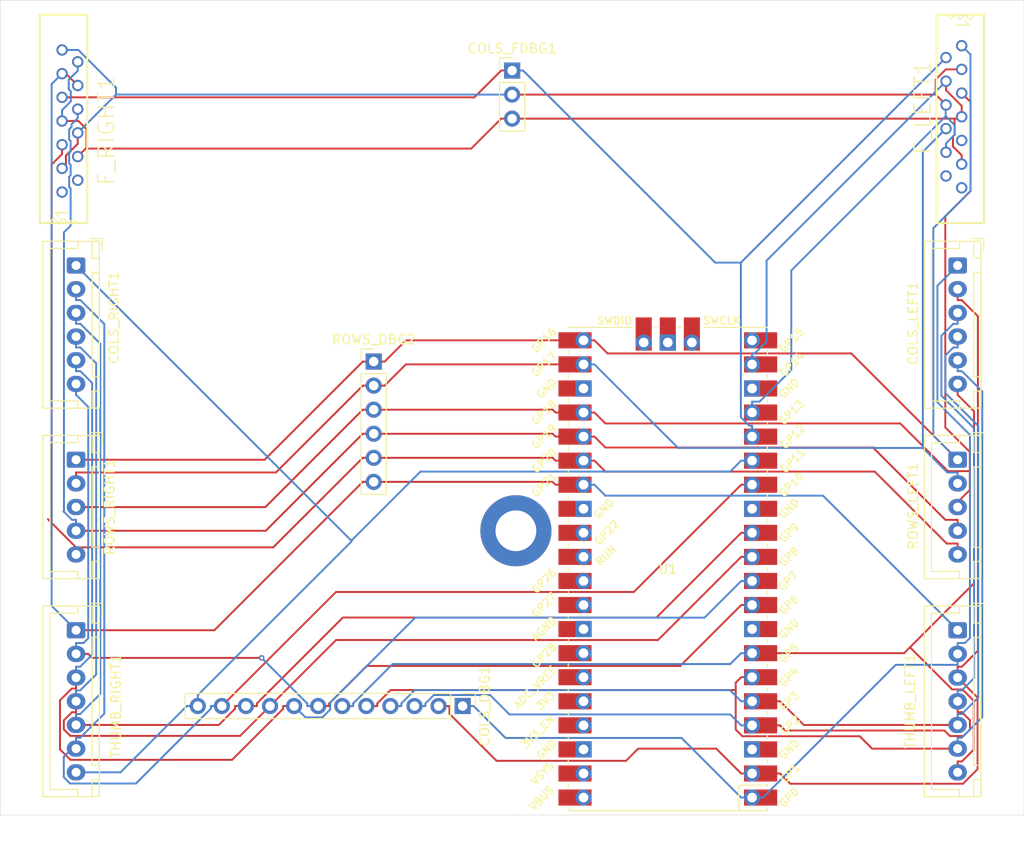
<source format=kicad_pcb>
(kicad_pcb (version 20240108) (generator "pcbnew") (generator_version "8.0")
  (layers (0 "F.Cu" signal) (31 "B.Cu" signal) (34 "B.Paste" user) (35 "F.Paste" user) (36 "B.SilkS" user "B.Silkscreen") (37 "F.SilkS" user "F.Silkscreen") (38 "B.Mask" user) (39 "F.Mask" user) (44 "Edge.Cuts" user))
  (net 0 "")
  (net 22 "ROW3")
  (net 23 "ROW2")
  (net 24 "ROW0")
  (net 25 "ROW4")
  (net 26 "ROW1")
  (net 27 "COL3")
  (net 28 "COL2")
  (net 29 "ROW5")
  (net 30 "COL4")
  (net 31 "COL1")
  (net 32 "COL5")
  (net 33 "COL0")
  (net 34 "COL6")
  (net 35 "COL9")
  (net 36 "COL11")
  (net 37 "COL10")
  (net 38 "COL7")
  (net 39 "COL8")
  (net 40 "COLF1")
  (net 41 "COLF2")
  (net 43 "COLF3")
  (footprint "Connector_JST:JST_XH_B6B-XH-A_1x06_P2.50mm_Vertical" (layer "F.Cu") (at 197 53.5 -90)
    (property "Reference" "COLS_LEFT1")
    (property "Value" "Conn_01x06" (hide yes))
  )
  (footprint "Connector_PinHeader_2.54mm:PinHeader_1x12_P2.54mm_Vertical" (layer "F.Cu") (at 144.78 100 -90)
    (property "Reference" "COLS_DBG1")
    (property "Value" "Conn_01x12")
  )
  (footprint "Connector_JST:JST_XH_B7B-XH-A_1x07_P2.50mm_Vertical" (layer "F.Cu") (at 197 92 -90)
    (property "Reference" "THUMB_LEFT1")
    (property "Value" "Conn_01x07" (hide yes))
  )
  (footprint "extern:39-53-2135" (layer "F.Cu") (at 197.4258 37.8 -90)
    (property "Reference" "F_LEFT1")
    (property "Value" "Conn_01x13" (hide yes))
  )
  (footprint "extern:39-53-2135" (layer "F.Cu") (at 102.5242 38.2492 90)
    (property "Reference" "F_RIGHT1")
    (property "Value" "Conn_01x13" (hide yes))
  )
  (footprint "MountingHole:MountingHole_4.3mm_M4_DIN965_Pad" (layer "F.Cu") (at 150.4 81.5)
    (property "Reference" "REF**" (hide yes))
    (property "Value" "MountingHole_4.3mm_M4_DIN965_Pad" (hide yes))
  )
  (footprint "Connector_JST:JST_XH_B6B-XH-A_1x06_P2.50mm_Vertical" (layer "F.Cu") (at 104 53.5 -90)
    (property "Reference" "COLS_RIGHT1")
    (property "Value" "Conn_01x06" (hide yes))
  )
  (footprint "extern:RPi_Pico_SMD_TH" (layer "F.Cu") (at 166.425 85.53 180)
    (property "Reference" "U1")
    (property "Value" "Pico")
  )
  (footprint "Connector_JST:JST_XH_B5B-XH-A_1x05_P2.50mm_Vertical" (layer "F.Cu") (at 104 74 -90)
    (property "Reference" "ROWS_RIGHT1")
    (property "Value" "Conn_01x05" (hide yes))
  )
  (footprint "Connector_JST:JST_XH_B7B-XH-A_1x07_P2.50mm_Vertical" (layer "F.Cu") (at 104 92 -90)
    (property "Reference" "THUMB_RIGHT1")
    (property "Value" "Conn_01x07" (hide yes))
  )
  (footprint "Connector_PinHeader_2.54mm:PinHeader_1x03_P2.54mm_Vertical" (layer "F.Cu") (at 150 32.92)
    (property "Reference" "COLS_FDBG1")
    (property "Value" "Conn_01x03" (hide yes))
  )
  (footprint "Connector_JST:JST_XH_B5B-XH-A_1x05_P2.50mm_Vertical" (layer "F.Cu") (at 197 74 -90)
    (property "Reference" "ROWS_LEFT1")
    (property "Value" "Conn_01x05" (hide yes))
  )
  (footprint "Connector_PinHeader_2.54mm:PinHeader_1x06_P2.54mm_Vertical" (layer "F.Cu") (at 135.4 63.64)
    (property "Reference" "ROWS_DBG2")
    (property "Value" "Conn_01x06" (hide yes))
  )
  (footprint "MountingHole:MountingHole_6.4mm_M6_DIN965" (layer "F.Cu") (at 150 50)
    (property "Reference" "H1" (hide yes))
    (property "Value" "MountingHole_6.4mm_M6_DIN965" (hide yes))
  )
  (gr_line (start 150 25.5) (end 96 25.5) (stroke (width 0.05)) (layer "Edge.Cuts"))
  (gr_line (start 150 111.5) (end 204 111.5) (stroke (width 0.05)) (layer "Edge.Cuts"))
  (gr_line (start 150 25.5) (end 204 25.5) (stroke (width 0.05)) (layer "Edge.Cuts"))
  (gr_line (start 150 111.5) (end 96 111.5) (stroke (width 0.05)) (layer "Edge.Cuts"))
  (gr_line (start 204 111.5) (end 204 25.5) (stroke (width 0.05)) (layer "Edge.Cuts"))
  (gr_line (start 96 25.5) (end 96 111.5) (stroke (width 0.05)) (layer "Edge.Cuts"))
  (segment (start 135.4 71.26) (end 134.248 71.26) (width 0.2) (layer "F.Cu") (net 22))
  (segment (start 154.283 71.26) (end 135.4 71.26) (width 0.2) (layer "F.Cu") (net 22))
  (segment (start 157.535 71.56) (end 158.687 71.56) (width 0.2) (layer "F.Cu") (net 22))
  (segment (start 188.073 72.7117) (end 195.71 80.3483) (width 0.2) (layer "F.Cu") (net 22))
  (segment (start 134.248 71.26) (end 124.008 81.5) (width 0.2) (layer "F.Cu") (net 22))
  (segment (start 124.008 81.5) (end 104 81.5) (width 0.2) (layer "F.Cu") (net 22))
  (segment (start 197 80.3483) (end 197 81.5) (width 0.2) (layer "F.Cu") (net 22))
  (segment (start 195.71 80.3483) (end 197 80.3483) (width 0.2) (layer "F.Cu") (net 22))
  (segment (start 157.535 71.56) (end 154.583 71.56) (width 0.2) (layer "F.Cu") (net 22))
  (segment (start 158.687 71.56) (end 159.838 72.7117) (width 0.2) (layer "F.Cu") (net 22))
  (segment (start 154.583 71.56) (end 154.283 71.26) (width 0.2) (layer "F.Cu") (net 22))
  (segment (start 159.838 72.7117) (end 188.073 72.7117) (width 0.2) (layer "F.Cu") (net 22))
  (segment (start 102.7223 49.9962) (end 103.4244 49.2941) (width 0.2) (layer "B.Cu") (net 22))
  (segment (start 103.4244 46.909) (end 103.4259 46.9075) (width 0.2) (layer "B.Cu") (net 22))
  (segment (start 103.2725 41.6257) (end 103.4259 41.4723) (width 0.2) (layer "B.Cu") (net 22))
  (segment (start 102.7233 79.4771) (end 102.7233 74.8298) (width 0.2) (layer "B.Cu") (net 22))
  (segment (start 103.4259 42.8756) (end 103.2725 42.7222) (width 0.2) (layer "B.Cu") (net 22))
  (segment (start 103.2725 40.2222) (end 103.2725 39.1257) (width 0.2) (layer "B.Cu") (net 22))
  (segment (start 103.5217 38.599) (end 104.1742 37.9465) (width 0.2) (layer "B.Cu") (net 22))
  (segment (start 104.1742 37.9465) (end 104.1742 36.9992) (width 0.2) (layer "B.Cu") (net 22))
  (segment (start 102.7223 74.8288) (end 102.7223 49.9962) (width 0.2) (layer "B.Cu") (net 22))
  (segment (start 102.7238 79.5042) (end 102.7238 79.4776) (width 0.2) (layer "B.Cu") (net 22))
  (segment (start 103.2725 44.1257) (end 103.4259 43.9723) (width 0.2) (layer "B.Cu") (net 22))
  (segment (start 102.7238 79.5042) (end 102.649 79.4294) (width 0.2) (layer "B.Cu") (net 22))
  (segment (start 103.5217 38.8765) (end 103.5217 38.599) (width 0.2) (layer "B.Cu") (net 22))
  (segment (start 103.2725 45.2222) (end 103.2725 44.1257) (width 0.2) (layer "B.Cu") (net 22))
  (segment (start 104 80.3483) (end 103.568 80.3483) (width 0.2) (layer "B.Cu") (net 22))
  (segment (start 103.2725 42.7222) (end 103.2725 41.6257) (width 0.2) (layer "B.Cu") (net 22))
  (segment (start 102.7233 74.8298) (end 102.7223 74.8288) (width 0.2) (layer "B.Cu") (net 22))
  (segment (start 103.4259 40.3756) (end 103.2725 40.2222) (width 0.2) (layer "B.Cu") (net 22))
  (segment (start 103.4259 41.4723) (end 103.4259 40.3756) (width 0.2) (layer "B.Cu") (net 22))
  (segment (start 102.7238 79.4776) (end 102.7233 79.4771) (width 0.2) (layer "B.Cu") (net 22))
  (segment (start 103.4259 45.3756) (end 103.2725 45.2222) (width 0.2) (layer "B.Cu") (net 22))
  (segment (start 103.4244 49.2941) (end 103.4244 46.909) (width 0.2) (layer "B.Cu") (net 22))
  (segment (start 103.4259 46.9075) (end 103.4259 45.3756) (width 0.2) (layer "B.Cu") (net 22))
  (segment (start 103.568 80.3483) (end 102.7238 79.5042) (width 0.2) (layer "B.Cu") (net 22))
  (segment (start 104 81.5) (end 104 80.3483) (width 0.2) (layer "B.Cu") (net 22))
  (segment (start 103.4259 43.9723) (end 103.4259 42.8756) (width 0.2) (layer "B.Cu") (net 22))
  (segment (start 103.2725 39.1257) (end 103.5217 38.8765) (width 0.2) (layer "B.Cu") (net 22))
  (segment (start 198.37 36.2447) (end 197.426 35.3) (width 0.2) (layer "F.Cu") (net 23))
  (segment (start 159.838 70.1717) (end 190.946 70.1717) (width 0.2) (layer "F.Cu") (net 23))
  (segment (start 195.984 75.2101) (end 198.282 75.2101) (width 0.2) (layer "F.Cu") (net 23))
  (segment (start 197 78.4842) (end 198.282 77.2017) (width 0.2) (layer "F.Cu") (net 23))
  (segment (start 123.968 79) (end 134.248 68.72) (width 0.2) (layer "F.Cu") (net 23))
  (segment (start 198.37 45.6306) (end 198.37 36.2447) (width 0.2) (layer "F.Cu") (net 23))
  (segment (start 198.282 75.2101) (end 198.282 73.176) (width 0.2) (layer "F.Cu") (net 23))
  (segment (start 195.7 48.3008) (end 198.37 45.6306) (width 0.2) (layer "F.Cu") (net 23))
  (segment (start 197 79) (end 197 78.4842) (width 0.2) (layer "F.Cu") (net 23))
  (segment (start 190.946 70.1717) (end 195.984 75.2101) (width 0.2) (layer "F.Cu") (net 23))
  (segment (start 134.248 68.72) (end 135.4 68.72) (width 0.2) (layer "F.Cu") (net 23))
  (segment (start 197.4258 35.3) (end 197.426 35.3) (width 0.2) (layer "F.Cu") (net 23))
  (segment (start 158.687 69.02) (end 159.838 70.1717) (width 0.2) (layer "F.Cu") (net 23))
  (segment (start 154.583 69.02) (end 154.283 68.72) (width 0.2) (layer "F.Cu") (net 23))
  (segment (start 154.283 68.72) (end 135.4 68.72) (width 0.2) (layer "F.Cu") (net 23))
  (segment (start 198.282 77.2017) (end 198.282 75.2101) (width 0.2) (layer "F.Cu") (net 23))
  (segment (start 104 79) (end 123.968 79) (width 0.2) (layer "F.Cu") (net 23))
  (segment (start 198.282 73.176) (end 195.7 70.5938) (width 0.2) (layer "F.Cu") (net 23))
  (segment (start 195.7 70.5938) (end 195.7 48.3008) (width 0.2) (layer "F.Cu") (net 23))
  (segment (start 157.535 69.02) (end 158.687 69.02) (width 0.2) (layer "F.Cu") (net 23))
  (segment (start 157.535 69.02) (end 154.583 69.02) (width 0.2) (layer "F.Cu") (net 23))
  (segment (start 104 74) (end 123.888 74) (width 0.2) (layer "F.Cu") (net 24))
  (segment (start 135.4 63.64) (end 136.552 63.64) (width 0.2) (layer "F.Cu") (net 24))
  (segment (start 134.248 63.64) (end 135.4 63.64) (width 0.2) (layer "F.Cu") (net 24))
  (segment (start 158.687 61.4) (end 160.068 62.7817) (width 0.2) (layer "F.Cu") (net 24))
  (segment (start 138.792 61.4) (end 157.535 61.4) (width 0.2) (layer "F.Cu") (net 24))
  (segment (start 123.888 74) (end 134.248 63.64) (width 0.2) (layer "F.Cu") (net 24))
  (segment (start 185.782 62.7817) (end 197 74) (width 0.2) (layer "F.Cu") (net 24))
  (segment (start 160.068 62.7817) (end 185.782 62.7817) (width 0.2) (layer "F.Cu") (net 24))
  (segment (start 136.552 63.64) (end 138.792 61.4) (width 0.2) (layer "F.Cu") (net 24))
  (segment (start 157.535 61.4) (end 158.687 61.4) (width 0.2) (layer "F.Cu") (net 24))
  (segment (start 198.353 45.6478) (end 198.353 31.2275) (width 0.2) (layer "B.Cu") (net 24))
  (segment (start 194.438 71.4383) (end 194.438 49.5628) (width 0.2) (layer "B.Cu") (net 24))
  (segment (start 197.4258 30.3) (end 197.426 30.3) (width 0.2) (layer "B.Cu") (net 24))
  (segment (start 197 74) (end 194.438 71.4383) (width 0.2) (layer "B.Cu") (net 24))
  (segment (start 198.353 31.2275) (end 197.426 30.3) (width 0.2) (layer "B.Cu") (net 24))
  (segment (start 194.438 49.5628) (end 198.353 45.6478) (width 0.2) (layer "B.Cu") (net 24))
  (segment (start 195.848 82.8483) (end 188.252 75.2517) (width 0.2) (layer "F.Cu") (net 25))
  (segment (start 158.687 74.1) (end 157.535 74.1) (width 0.2) (layer "F.Cu") (net 25))
  (segment (start 101.4271 80.6809) (end 104 83.2537) (width 0.2) (layer "F.Cu") (net 25))
  (segment (start 197 84) (end 197 82.8483) (width 0.2) (layer "F.Cu") (net 25))
  (segment (start 188.252 75.2517) (end 159.838 75.2517) (width 0.2) (layer "F.Cu") (net 25))
  (segment (start 104 83.2537) (end 124.795 83.2537) (width 0.2) (layer "F.Cu") (net 25))
  (segment (start 101.03 80.2838) (end 101.4271 80.6809) (width 0.2) (layer "F.Cu") (net 25))
  (segment (start 159.838 75.2517) (end 158.687 74.1) (width 0.2) (layer "F.Cu") (net 25))
  (segment (start 124.795 83.2537) (end 134.248 73.8) (width 0.2) (layer "F.Cu") (net 25))
  (segment (start 101.4271 80.6809) (end 101.4271 42.8332) (width 0.2) (layer "F.Cu") (net 25))
  (segment (start 134.248 73.8) (end 135.4 73.8) (width 0.2) (layer "F.Cu") (net 25))
  (segment (start 104 84) (end 104 83.2537) (width 0.2) (layer "F.Cu") (net 25))
  (segment (start 154.583 74.1) (end 157.535 74.1) (width 0.2) (layer "F.Cu") (net 25))
  (segment (start 154.283 73.8) (end 154.583 74.1) (width 0.2) (layer "F.Cu") (net 25))
  (segment (start 101.4271 42.8332) (end 102.5242 41.7361) (width 0.2) (layer "F.Cu") (net 25))
  (segment (start 135.4 73.8) (end 154.283 73.8) (width 0.2) (layer "F.Cu") (net 25))
  (segment (start 197 82.8483) (end 195.848 82.8483) (width 0.2) (layer "F.Cu") (net 25))
  (segment (start 102.5242 41.7361) (end 102.5242 40.7492) (width 0.2) (layer "F.Cu") (net 25))
  (segment (start 125.08 75.3483) (end 104 75.3483) (width 0.2) (layer "F.Cu") (net 26))
  (segment (start 136.552 66.18) (end 138.792 63.94) (width 0.2) (layer "F.Cu") (net 26))
  (segment (start 104 75.3483) (end 104 76.5) (width 0.2) (layer "F.Cu") (net 26))
  (segment (start 135.4 66.18) (end 134.248 66.18) (width 0.2) (layer "F.Cu") (net 26))
  (segment (start 138.792 63.94) (end 157.535 63.94) (width 0.2) (layer "F.Cu") (net 26))
  (segment (start 134.248 66.18) (end 125.08 75.3483) (width 0.2) (layer "F.Cu") (net 26))
  (segment (start 135.4 66.18) (end 136.552 66.18) (width 0.2) (layer "F.Cu") (net 26))
  (segment (start 193.33 41.4958) (end 194.553 40.2729) (width 0.2) (layer "B.Cu") (net 26))
  (segment (start 194.553 40.2729) (end 195.776 39.0501) (width 0.2) (layer "B.Cu") (net 26))
  (segment (start 158.687 63.94) (end 167.507 72.7605) (width 0.2) (layer "B.Cu") (net 26))
  (segment (start 197 76.5) (end 197 75.3483) (width 0.2) (layer "B.Cu") (net 26))
  (segment (start 193.33 72.7605) (end 193.33 41.4958) (width 0.2) (layer "B.Cu") (net 26))
  (segment (start 195.776 39.05) (end 194.553 40.2729) (width 0.2) (layer "B.Cu") (net 26))
  (segment (start 195.7758 39.05) (end 195.776 39.05) (width 0.2) (layer "B.Cu") (net 26))
  (segment (start 167.507 72.7605) (end 193.33 72.7605) (width 0.2) (layer "B.Cu") (net 26))
  (segment (start 197 75.3483) (end 195.918 75.3483) (width 0.2) (layer "B.Cu") (net 26))
  (segment (start 195.918 75.3483) (end 193.33 72.7605) (width 0.2) (layer "B.Cu") (net 26))
  (segment (start 157.535 63.94) (end 158.687 63.94) (width 0.2) (layer "B.Cu") (net 26))
  (segment (start 195.776 39.0501) (end 195.776 39.05) (width 0.2) (layer "B.Cu") (net 26))
  (segment (start 180.767 102) (end 197 102) (width 0.2) (layer "F.Cu") (net 27))
  (segment (start 175.315 99.5) (end 178.267 99.5) (width 0.2) (layer "F.Cu") (net 27))
  (segment (start 178.267 99.5) (end 180.767 102) (width 0.2) (layer "F.Cu") (net 27))
  (segment (start 197.432 100.848) (end 199.172 99.1087) (width 0.2) (layer "B.Cu") (net 27))
  (segment (start 196.548 62.1517) (end 197 62.1517) (width 0.2) (layer "B.Cu") (net 27))
  (segment (start 199.172 70.4281) (end 195.708 66.9641) (width 0.2) (layer "B.Cu") (net 27))
  (segment (start 172.988 98.3243) (end 139.719 98.3243) (width 0.2) (layer "B.Cu") (net 27))
  (segment (start 138.312 100) (end 137.16 100) (width 0.2) (layer "B.Cu") (net 27))
  (segment (start 174.163 99.5) (end 172.988 98.3243) (width 0.2) (layer "B.Cu") (net 27))
  (segment (start 195.708 62.9925) (end 196.548 62.1517) (width 0.2) (layer "B.Cu") (net 27))
  (segment (start 195.708 66.9641) (end 195.708 62.9925) (width 0.2) (layer "B.Cu") (net 27))
  (segment (start 139.719 98.3243) (end 138.312 99.7315) (width 0.2) (layer "B.Cu") (net 27))
  (segment (start 197 62.1517) (end 197 61) (width 0.2) (layer "B.Cu") (net 27))
  (segment (start 197 100.848) (end 197.432 100.848) (width 0.2) (layer "B.Cu") (net 27))
  (segment (start 138.312 99.7315) (end 138.312 100) (width 0.2) (layer "B.Cu") (net 27))
  (segment (start 175.315 99.5) (end 174.163 99.5) (width 0.2) (layer "B.Cu") (net 27))
  (segment (start 197 102) (end 197 100.848) (width 0.2) (layer "B.Cu") (net 27))
  (segment (start 199.172 99.1087) (end 199.172 70.4281) (width 0.2) (layer "B.Cu") (net 27))
  (segment (start 195.602 102.586) (end 178.813 102.586) (width 0.2) (layer "F.Cu") (net 28))
  (segment (start 178.813 102.586) (end 178.267 102.04) (width 0.2) (layer "F.Cu") (net 28))
  (segment (start 197 100.652) (end 197.452 100.652) (width 0.2) (layer "F.Cu") (net 28))
  (segment (start 197 99.5) (end 197 100.652) (width 0.2) (layer "F.Cu") (net 28))
  (segment (start 198.297 102.488) (end 197.619 103.167) (width 0.2) (layer "F.Cu") (net 28))
  (segment (start 178.267 102.04) (end 175.315 102.04) (width 0.2) (layer "F.Cu") (net 28))
  (segment (start 197.452 100.652) (end 198.297 101.497) (width 0.2) (layer "F.Cu") (net 28))
  (segment (start 196.183 103.167) (end 195.602 102.586) (width 0.2) (layer "F.Cu") (net 28))
  (segment (start 197.619 103.167) (end 196.183 103.167) (width 0.2) (layer "F.Cu") (net 28))
  (segment (start 198.297 101.497) (end 198.297 102.488) (width 0.2) (layer "F.Cu") (net 28))
  (segment (start 141.742 98.8413) (end 140.852 99.7315) (width 0.2) (layer "B.Cu") (net 28))
  (segment (start 195.288 60.9125) (end 196.548 59.6517) (width 0.2) (layer "B.Cu") (net 28))
  (segment (start 196.548 59.6517) (end 197 59.6517) (width 0.2) (layer "B.Cu") (net 28))
  (segment (start 197.432 98.3483) (end 198.735 97.0454) (width 0.2) (layer "B.Cu") (net 28))
  (segment (start 140.852 99.7315) (end 140.852 100) (width 0.2) (layer "B.Cu") (net 28))
  (segment (start 198.735 97.0454) (end 198.735 70.6817) (width 0.2) (layer "B.Cu") (net 28))
  (segment (start 149.721 100.888) (end 147.674 98.8413) (width 0.2) (layer "B.Cu") (net 28))
  (segment (start 175.315 102.04) (end 174.163 102.04) (width 0.2) (layer "B.Cu") (net 28))
  (segment (start 198.735 70.6817) (end 195.288 67.2344) (width 0.2) (layer "B.Cu") (net 28))
  (segment (start 197 59.6517) (end 197 58.5) (width 0.2) (layer "B.Cu") (net 28))
  (segment (start 147.674 98.8413) (end 141.742 98.8413) (width 0.2) (layer "B.Cu") (net 28))
  (segment (start 140.852 100) (end 139.7 100) (width 0.2) (layer "B.Cu") (net 28))
  (segment (start 195.288 67.2344) (end 195.288 60.9125) (width 0.2) (layer "B.Cu") (net 28))
  (segment (start 173.012 100.888) (end 149.721 100.888) (width 0.2) (layer "B.Cu") (net 28))
  (segment (start 197 98.3483) (end 197.432 98.3483) (width 0.2) (layer "B.Cu") (net 28))
  (segment (start 197 99.5) (end 197 98.3483) (width 0.2) (layer "B.Cu") (net 28))
  (segment (start 174.163 102.04) (end 173.012 100.888) (width 0.2) (layer "B.Cu") (net 28))
  (segment (start 134.248 76.34) (end 118.588 92) (width 0.2) (layer "F.Cu") (net 29))
  (segment (start 157.535 76.64) (end 154.583 76.64) (width 0.2) (layer "F.Cu") (net 29))
  (segment (start 102.5242 33.2492) (end 102.9242 33.2492) (width 0.2) (layer "F.Cu") (net 29))
  (segment (start 118.588 92) (end 104 92) (width 0.2) (layer "F.Cu") (net 29))
  (segment (start 135.4 76.34) (end 134.248 76.34) (width 0.2) (layer "F.Cu") (net 29))
  (segment (start 154.283 76.34) (end 135.4 76.34) (width 0.2) (layer "F.Cu") (net 29))
  (segment (start 154.583 76.64) (end 154.283 76.34) (width 0.2) (layer "F.Cu") (net 29))
  (segment (start 102.9242 33.2492) (end 104.1742 34.4992) (width 0.2) (layer "F.Cu") (net 29))
  (segment (start 157.535 76.64) (end 158.687 76.64) (width 0.2) (layer "B.Cu") (net 29))
  (segment (start 159.838 77.7917) (end 182.792 77.7917) (width 0.2) (layer "B.Cu") (net 29))
  (segment (start 182.792 77.7917) (end 197 92) (width 0.2) (layer "B.Cu") (net 29))
  (segment (start 104 92) (end 101.421 89.4206) (width 0.2) (layer "B.Cu") (net 29))
  (segment (start 101.421 34.3524) (end 101.421 89.4206) (width 0.2) (layer "B.Cu") (net 29))
  (segment (start 102.5242 33.2492) (end 101.421 34.3524) (width 0.2) (layer "B.Cu") (net 29))
  (segment (start 158.687 76.64) (end 159.838 77.7917) (width 0.2) (layer "B.Cu") (net 29))
  (segment (start 187.983 104.5) (end 197 104.5) (width 0.2) (layer "F.Cu") (net 30))
  (segment (start 174.163 96.96) (end 173.588 97.5358) (width 0.2) (layer "F.Cu") (net 30))
  (segment (start 173.588 97.5358) (end 173.588 98.3142) (width 0.2) (layer "F.Cu") (net 30))
  (segment (start 137.189 98.3142) (end 135.772 99.7315) (width 0.2) (layer "F.Cu") (net 30))
  (segment (start 173.588 102.483) (end 174.296 103.192) (width 0.2) (layer "F.Cu") (net 30))
  (segment (start 175.315 96.96) (end 174.163 96.96) (width 0.2) (layer "F.Cu") (net 30))
  (segment (start 173.588 98.3142) (end 137.189 98.3142) (width 0.2) (layer "F.Cu") (net 30))
  (segment (start 135.772 100) (end 134.62 100) (width 0.2) (layer "F.Cu") (net 30))
  (segment (start 173.588 98.3142) (end 173.588 102.483) (width 0.2) (layer "F.Cu") (net 30))
  (segment (start 186.674 103.192) (end 187.983 104.5) (width 0.2) (layer "F.Cu") (net 30))
  (segment (start 174.296 103.192) (end 186.674 103.192) (width 0.2) (layer "F.Cu") (net 30))
  (segment (start 135.772 99.7315) (end 135.772 100) (width 0.2) (layer "F.Cu") (net 30))
  (segment (start 199.598 101.182) (end 199.598 66.7984) (width 0.2) (layer "B.Cu") (net 30))
  (segment (start 199.598 66.7984) (end 197.452 64.6517) (width 0.2) (layer "B.Cu") (net 30))
  (segment (start 197 104.5) (end 197 103.348) (width 0.2) (layer "B.Cu") (net 30))
  (segment (start 197 64.6517) (end 197 63.5) (width 0.2) (layer "B.Cu") (net 30))
  (segment (start 197 103.348) (end 197.432 103.348) (width 0.2) (layer "B.Cu") (net 30))
  (segment (start 197.432 103.348) (end 199.598 101.182) (width 0.2) (layer "B.Cu") (net 30))
  (segment (start 197.452 64.6517) (end 197 64.6517) (width 0.2) (layer "B.Cu") (net 30))
  (segment (start 197 56) (end 197 57.1517) (width 0.2) (layer "F.Cu") (net 31))
  (segment (start 143.392 100) (end 143.392 100.814) (width 0.2) (layer "F.Cu") (net 31))
  (segment (start 143.392 100.814) (end 148.359 105.782) (width 0.2) (layer "F.Cu") (net 31))
  (segment (start 199.136 58.8557) (end 199.136 94.1641) (width 0.2) (layer "F.Cu") (net 31))
  (segment (start 179.349 108.202) (end 197.567 108.202) (width 0.2) (layer "F.Cu") (net 31))
  (segment (start 148.359 105.782) (end 162.018 105.782) (width 0.2) (layer "F.Cu") (net 31))
  (segment (start 163.3 104.5) (end 171.543 104.5) (width 0.2) (layer "F.Cu") (net 31))
  (segment (start 175.315 107.12) (end 178.267 107.12) (width 0.2) (layer "F.Cu") (net 31))
  (segment (start 174.163 107.12) (end 175.315 107.12) (width 0.2) (layer "F.Cu") (net 31))
  (segment (start 142.24 100) (end 143.392 100) (width 0.2) (layer "F.Cu") (net 31))
  (segment (start 178.267 107.12) (end 179.349 108.202) (width 0.2) (layer "F.Cu") (net 31))
  (segment (start 162.018 105.782) (end 163.3 104.5) (width 0.2) (layer "F.Cu") (net 31))
  (segment (start 197.432 57.1517) (end 199.136 58.8557) (width 0.2) (layer "F.Cu") (net 31))
  (segment (start 199.136 94.1641) (end 197.452 95.8483) (width 0.2) (layer "F.Cu") (net 31))
  (segment (start 199.1 106.669) (end 199.1 99.1005) (width 0.2) (layer "F.Cu") (net 31))
  (segment (start 197.452 95.8483) (end 197 95.8483) (width 0.2) (layer "F.Cu") (net 31))
  (segment (start 197.567 108.202) (end 199.1 106.669) (width 0.2) (layer "F.Cu") (net 31))
  (segment (start 197 57.1517) (end 197.432 57.1517) (width 0.2) (layer "F.Cu") (net 31))
  (segment (start 197 95.8483) (end 197 97) (width 0.2) (layer "F.Cu") (net 31))
  (segment (start 171.543 104.5) (end 174.163 107.12) (width 0.2) (layer "F.Cu") (net 31))
  (segment (start 199.1 99.1005) (end 197 97) (width 0.2) (layer "F.Cu") (net 31))
  (segment (start 197.452 105.848) (end 198.699 104.601) (width 0.2) (layer "F.Cu") (net 32))
  (segment (start 198.734 87.0348) (end 198.734 68.8859) (width 0.2) (layer "F.Cu") (net 32))
  (segment (start 197 67.1517) (end 197 66) (width 0.2) (layer "F.Cu") (net 32))
  (segment (start 191.972 93.7968) (end 191.349 94.42) (width 0.2) (layer "F.Cu") (net 32))
  (segment (start 191.972 93.7968) (end 198.734 87.0348) (width 0.2) (layer "F.Cu") (net 32))
  (segment (start 198.734 68.8859) (end 197 67.1517) (width 0.2) (layer "F.Cu") (net 32))
  (segment (start 191.349 94.42) (end 175.315 94.42) (width 0.2) (layer "F.Cu") (net 32))
  (segment (start 197 107) (end 197 105.848) (width 0.2) (layer "F.Cu") (net 32))
  (segment (start 198.699 99.4415) (end 197.506 98.2485) (width 0.2) (layer "F.Cu") (net 32))
  (segment (start 198.699 104.601) (end 198.699 99.4415) (width 0.2) (layer "F.Cu") (net 32))
  (segment (start 197 105.848) (end 197.452 105.848) (width 0.2) (layer "F.Cu") (net 32))
  (segment (start 197.506 98.2485) (end 196.424 98.2485) (width 0.2) (layer "F.Cu") (net 32))
  (segment (start 196.424 98.2485) (end 191.972 93.7968) (width 0.2) (layer "F.Cu") (net 32))
  (segment (start 173.012 95.5717) (end 174.163 94.42) (width 0.2) (layer "B.Cu") (net 32))
  (segment (start 174.163 94.42) (end 175.315 94.42) (width 0.2) (layer "B.Cu") (net 32))
  (segment (start 137.392 95.5717) (end 173.012 95.5717) (width 0.2) (layer "B.Cu") (net 32))
  (segment (start 132.08 100) (end 133.232 100) (width 0.2) (layer "B.Cu") (net 32))
  (segment (start 133.232 99.7315) (end 137.392 95.5717) (width 0.2) (layer "B.Cu") (net 32))
  (segment (start 133.232 100) (end 133.232 99.7315) (width 0.2) (layer "B.Cu") (net 32))
  (segment (start 145.932 100) (end 144.78 100) (width 0.2) (layer "B.Cu") (net 33))
  (segment (start 149.302 103.37) (end 145.932 100) (width 0.2) (layer "B.Cu") (net 33))
  (segment (start 198.3 92.8162) (end 198.3 71.3824) (width 0.2) (layer "B.Cu") (net 33))
  (segment (start 197 94.5) (end 197 95.6517) (width 0.2) (layer "B.Cu") (net 33))
  (segment (start 197 93.3483) (end 197.767 93.3483) (width 0.2) (layer "B.Cu") (net 33))
  (segment (start 175.315 109.66) (end 174.163 109.66) (width 0.2) (layer "B.Cu") (net 33))
  (segment (start 167.873 103.37) (end 149.302 103.37) (width 0.2) (layer "B.Cu") (net 33))
  (segment (start 190.475 95.6517) (end 176.467 109.66) (width 0.2) (layer "B.Cu") (net 33))
  (segment (start 197.767 93.3483) (end 198.3 92.8162) (width 0.2) (layer "B.Cu") (net 33))
  (segment (start 198.3 71.3824) (end 194.869 67.9517) (width 0.2) (layer "B.Cu") (net 33))
  (segment (start 194.869 67.9517) (end 194.869 55.6312) (width 0.2) (layer "B.Cu") (net 33))
  (segment (start 197 95.6517) (end 190.475 95.6517) (width 0.2) (layer "B.Cu") (net 33))
  (segment (start 176.467 109.66) (end 175.315 109.66) (width 0.2) (layer "B.Cu") (net 33))
  (segment (start 197 94.5) (end 197 93.3483) (width 0.2) (layer "B.Cu") (net 33))
  (segment (start 174.163 109.66) (end 167.873 103.37) (width 0.2) (layer "B.Cu") (net 33))
  (segment (start 194.869 55.6312) (end 197 53.5) (width 0.2) (layer "B.Cu") (net 33))
  (segment (start 130.692 100) (end 129.54 100) (width 0.2) (layer "F.Cu") (net 34))
  (segment (start 105.698 94.9209) (end 123.578 94.9209) (width 0.2) (layer "F.Cu") (net 34))
  (segment (start 175.315 89.34) (end 174.163 89.34) (width 0.2) (layer "F.Cu") (net 34))
  (segment (start 174.163 89.34) (end 167.731 95.7722) (width 0.2) (layer "F.Cu") (net 34))
  (segment (start 105.277 94.5) (end 105.698 94.9209) (width 0.2) (layer "F.Cu") (net 34))
  (segment (start 130.692 99.7441) (end 130.692 100) (width 0.2) (layer "F.Cu") (net 34))
  (segment (start 167.731 95.7723) (end 134.664 95.7723) (width 0.2) (layer "F.Cu") (net 34))
  (segment (start 134.664 95.7723) (end 130.692 99.7441) (width 0.2) (layer "F.Cu") (net 34))
  (segment (start 104 94.5) (end 105.277 94.5) (width 0.2) (layer "F.Cu") (net 34))
  (segment (start 167.731 95.7722) (end 167.731 95.7723) (width 0.2) (layer "F.Cu") (net 34))
  (via (at 123.578 94.9209) (size 0.6) (drill 0.3) (layers "F.Cu" "B.Cu") (net 34))
  (segment (start 105.285 68.4368) (end 104 67.1517) (width 0.2) (layer "B.Cu") (net 34))
  (segment (start 104 93.3483) (end 104.792 93.3483) (width 0.2) (layer "B.Cu") (net 34))
  (segment (start 104 67.1517) (end 104 66) (width 0.2) (layer "B.Cu") (net 34))
  (segment (start 128.388 100) (end 128.388 99.7309) (width 0.2) (layer "B.Cu") (net 34))
  (segment (start 129.54 100) (end 128.388 100) (width 0.2) (layer "B.Cu") (net 34))
  (segment (start 128.388 99.7309) (end 123.578 94.9209) (width 0.2) (layer "B.Cu") (net 34))
  (segment (start 104 94.5) (end 104 93.3483) (width 0.2) (layer "B.Cu") (net 34))
  (segment (start 105.285 92.855) (end 105.285 68.4368) (width 0.2) (layer "B.Cu") (net 34))
  (segment (start 104.792 93.3483) (end 105.285 92.855) (width 0.2) (layer "B.Cu") (net 34))
  (segment (start 120.768 100.288) (end 119.056 102) (width 0.2) (layer "F.Cu") (net 35))
  (segment (start 123.072 100) (end 123.072 99.7315) (width 0.2) (layer "F.Cu") (net 35))
  (segment (start 121.92 100) (end 120.768 100) (width 0.2) (layer "F.Cu") (net 35))
  (segment (start 174.163 81.72) (end 175.315 81.72) (width 0.2) (layer "F.Cu") (net 35))
  (segment (start 123.072 99.7315) (end 132.145 90.6579) (width 0.2) (layer "F.Cu") (net 35))
  (segment (start 119.056 102) (end 104 102) (width 0.2) (layer "F.Cu") (net 35))
  (segment (start 132.145 90.6579) (end 165.225 90.6579) (width 0.2) (layer "F.Cu") (net 35))
  (segment (start 121.92 100) (end 123.072 100) (width 0.2) (layer "F.Cu") (net 35))
  (segment (start 120.768 100) (end 120.768 100.288) (width 0.2) (layer "F.Cu") (net 35))
  (segment (start 165.225 90.6579) (end 174.163 81.72) (width 0.2) (layer "F.Cu") (net 35))
  (segment (start 106.552 61.7521) (end 106.552 98.7281) (width 0.2) (layer "B.Cu") (net 35))
  (segment (start 104 58.5) (end 104 59.6517) (width 0.2) (layer "B.Cu") (net 35))
  (segment (start 104 100.848) (end 104 102) (width 0.2) (layer "B.Cu") (net 35))
  (segment (start 104 59.6517) (end 104.452 59.6517) (width 0.2) (layer "B.Cu") (net 35))
  (segment (start 106.552 98.7281) (end 104.432 100.848) (width 0.2) (layer "B.Cu") (net 35))
  (segment (start 104.452 59.6517) (end 106.552 61.7521) (width 0.2) (layer "B.Cu") (net 35))
  (segment (start 104.432 100.848) (end 104 100.848) (width 0.2) (layer "B.Cu") (net 35))
  (segment (start 140.334 75.2517) (end 133.043 82.5428) (width 0.2) (layer "B.Cu") (net 36))
  (segment (start 116.84 100) (end 115.688 100) (width 0.2) (layer "B.Cu") (net 36))
  (segment (start 133.043 82.5428) (end 104 53.5) (width 0.2) (layer "B.Cu") (net 36))
  (segment (start 116.84 98.8483) (end 133.043 82.6455) (width 0.2) (layer "B.Cu") (net 36))
  (segment (start 133.043 82.6455) (end 133.043 82.5428) (width 0.2) (layer "B.Cu") (net 36))
  (segment (start 174.163 74.1) (end 173.012 75.2517) (width 0.2) (layer "B.Cu") (net 36))
  (segment (start 115.688 100) (end 108.688 107) (width 0.2) (layer "B.Cu") (net 36))
  (segment (start 116.84 100) (end 116.84 98.8483) (width 0.2) (layer "B.Cu") (net 36))
  (segment (start 173.012 75.2517) (end 140.334 75.2517) (width 0.2) (layer "B.Cu") (net 36))
  (segment (start 175.315 74.1) (end 174.163 74.1) (width 0.2) (layer "B.Cu") (net 36))
  (segment (start 108.688 107) (end 104 107) (width 0.2) (layer "B.Cu") (net 36))
  (segment (start 175.315 76.64) (end 174.163 76.64) (width 0.2) (layer "F.Cu") (net 37))
  (segment (start 162.842 87.9615) (end 131.418 87.9615) (width 0.2) (layer "F.Cu") (net 37))
  (segment (start 174.163 76.64) (end 162.842 87.9615) (width 0.2) (layer "F.Cu") (net 37))
  (segment (start 131.418 87.9615) (end 119.38 100) (width 0.2) (layer "F.Cu") (net 37))
  (segment (start 102.704 105.357) (end 104 104.06) (width 0.2) (layer "B.Cu") (net 37))
  (segment (start 104 57.1517) (end 104 56) (width 0.2) (layer "B.Cu") (net 37))
  (segment (start 106.978 59.6778) (end 104.452 57.1517) (width 0.2) (layer "B.Cu") (net 37))
  (segment (start 118.228 100) (end 118.228 100.268) (width 0.2) (layer "B.Cu") (net 37))
  (segment (start 104 104.06) (end 104 103.348) (width 0.2) (layer "B.Cu") (net 37))
  (segment (start 119.38 100) (end 118.228 100) (width 0.2) (layer "B.Cu") (net 37))
  (segment (start 104 103.348) (end 104.432 103.348) (width 0.2) (layer "B.Cu") (net 37))
  (segment (start 110.319 108.178) (end 103.368 108.178) (width 0.2) (layer "B.Cu") (net 37))
  (segment (start 104.452 57.1517) (end 104 57.1517) (width 0.2) (layer "B.Cu") (net 37))
  (segment (start 103.368 108.178) (end 102.704 107.513) (width 0.2) (layer "B.Cu") (net 37))
  (segment (start 104 104.5) (end 104 104.06) (width 0.2) (layer "B.Cu") (net 37))
  (segment (start 104.432 103.348) (end 106.978 100.802) (width 0.2) (layer "B.Cu") (net 37))
  (segment (start 118.228 100.268) (end 110.319 108.178) (width 0.2) (layer "B.Cu") (net 37))
  (segment (start 102.704 107.513) (end 102.704 105.357) (width 0.2) (layer "B.Cu") (net 37))
  (segment (start 106.978 100.802) (end 106.978 59.6778) (width 0.2) (layer "B.Cu") (net 37))
  (segment (start 102.303 99.3973) (end 102.303 104.574) (width 0.2) (layer "F.Cu") (net 38))
  (segment (start 103.548 98.1517) (end 102.303 99.3973) (width 0.2) (layer "F.Cu") (net 38))
  (segment (start 104 98.1517) (end 103.548 98.1517) (width 0.2) (layer "F.Cu") (net 38))
  (segment (start 103.409 105.68) (end 120.456 105.68) (width 0.2) (layer "F.Cu") (net 38))
  (segment (start 125.848 100.288) (end 125.848 100) (width 0.2) (layer "F.Cu") (net 38))
  (segment (start 120.456 105.68) (end 125.848 100.288) (width 0.2) (layer "F.Cu") (net 38))
  (segment (start 104 97) (end 104 98.1517) (width 0.2) (layer "F.Cu") (net 38))
  (segment (start 125.848 100) (end 127 100) (width 0.2) (layer "F.Cu") (net 38))
  (segment (start 102.303 104.574) (end 103.409 105.68) (width 0.2) (layer "F.Cu") (net 38))
  (segment (start 104.452 64.6517) (end 105.694 65.8941) (width 0.2) (layer "B.Cu") (net 38))
  (segment (start 104 64.6517) (end 104.452 64.6517) (width 0.2) (layer "B.Cu") (net 38))
  (segment (start 105.694 94.5861) (end 104.432 95.8483) (width 0.2) (layer "B.Cu") (net 38))
  (segment (start 104.432 95.8483) (end 104 95.8483) (width 0.2) (layer "B.Cu") (net 38))
  (segment (start 174.163 86.8) (end 175.315 86.8) (width 0.2) (layer "B.Cu") (net 38))
  (segment (start 127 100) (end 128.199 101.199) (width 0.2) (layer "B.Cu") (net 38))
  (segment (start 104 63.5) (end 104 64.6517) (width 0.2) (layer "B.Cu") (net 38))
  (segment (start 105.694 65.8941) (end 105.694 94.5861) (width 0.2) (layer "B.Cu") (net 38))
  (segment (start 104 95.8483) (end 104 97) (width 0.2) (layer "B.Cu") (net 38))
  (segment (start 128.199 101.199) (end 129.981 101.199) (width 0.2) (layer "B.Cu") (net 38))
  (segment (start 129.981 101.199) (end 130.81 100.37) (width 0.2) (layer "B.Cu") (net 38))
  (segment (start 130.81 100.37) (end 130.81 99.6389) (width 0.2) (layer "B.Cu") (net 38))
  (segment (start 170.293 90.67) (end 174.163 86.8) (width 0.2) (layer "B.Cu") (net 38))
  (segment (start 130.81 99.6389) (end 139.779 90.67) (width 0.2) (layer "B.Cu") (net 38))
  (segment (start 139.779 90.67) (end 170.293 90.67) (width 0.2) (layer "B.Cu") (net 38))
  (segment (start 102.707 101.513) (end 103.568 100.652) (width 0.2) (layer "F.Cu") (net 39))
  (segment (start 131.428 93.0317) (end 124.46 100) (width 0.2) (layer "F.Cu") (net 39))
  (segment (start 102.707 102.466) (end 102.707 101.513) (width 0.2) (layer "F.Cu") (net 39))
  (segment (start 103.568 100.652) (end 104 100.652) (width 0.2) (layer "F.Cu") (net 39))
  (segment (start 121.308 103.152) (end 103.393 103.152) (width 0.2) (layer "F.Cu") (net 39))
  (segment (start 175.315 84.26) (end 174.163 84.26) (width 0.2) (layer "F.Cu") (net 39))
  (segment (start 124.46 100) (end 121.308 103.152) (width 0.2) (layer "F.Cu") (net 39))
  (segment (start 103.393 103.152) (end 102.707 102.466) (width 0.2) (layer "F.Cu") (net 39))
  (segment (start 104 100.652) (end 104 99.5) (width 0.2) (layer "F.Cu") (net 39))
  (segment (start 165.392 93.0317) (end 131.428 93.0317) (width 0.2) (layer "F.Cu") (net 39))
  (segment (start 174.163 84.26) (end 165.392 93.0317) (width 0.2) (layer "F.Cu") (net 39))
  (segment (start 104 98.3483) (end 104 99.5) (width 0.2) (layer "B.Cu") (net 39))
  (segment (start 104 61) (end 104 62.1517) (width 0.2) (layer "B.Cu") (net 39))
  (segment (start 104.432 98.3483) (end 104 98.3483) (width 0.2) (layer "B.Cu") (net 39))
  (segment (start 104.452 62.1517) (end 106.124 63.8235) (width 0.2) (layer "B.Cu") (net 39))
  (segment (start 106.124 63.8235) (end 106.124 96.6567) (width 0.2) (layer "B.Cu") (net 39))
  (segment (start 104 62.1517) (end 104.452 62.1517) (width 0.2) (layer "B.Cu") (net 39))
  (segment (start 106.124 96.6567) (end 104.432 98.3483) (width 0.2) (layer "B.Cu") (net 39))
  (segment (start 146.018842 35.7492) (end 147.184021 34.584021) (width 0.2) (layer "F.Cu") (net 40))
  (segment (start 147.184021 34.584021) (end 148.848 32.92) (width 0.2) (layer "F.Cu") (net 40))
  (segment (start 148.848 32.92) (end 150 32.92) (width 0.2) (layer "F.Cu") (net 40))
  (segment (start 102.5242 35.7492) (end 146.018842 35.7492) (width 0.2) (layer "F.Cu") (net 40))
  (segment (start 174.13 69.5115) (end 175.027 70.4083) (width 0.2) (layer "B.Cu") (net 40))
  (segment (start 195.7759 31.55) (end 195.776 31.5501) (width 0.2) (layer "B.Cu") (net 40))
  (segment (start 175.315 70.4083) (end 175.315 71.56) (width 0.2) (layer "B.Cu") (net 40))
  (segment (start 171.427 53.1955) (end 174.13 53.1955) (width 0.2) (layer "B.Cu") (net 40))
  (segment (start 151.152 32.92) (end 171.427 53.1955) (width 0.2) (layer "B.Cu") (net 40))
  (segment (start 195.7758 31.55) (end 195.7759 31.55) (width 0.2) (layer "B.Cu") (net 40))
  (segment (start 174.13 53.1955) (end 174.13 69.5115) (width 0.2) (layer "B.Cu") (net 40))
  (segment (start 150 32.92) (end 151.152 32.92) (width 0.2) (layer "B.Cu") (net 40))
  (segment (start 175.027 70.4083) (end 175.315 70.4083) (width 0.2) (layer "B.Cu") (net 40))
  (segment (start 174.13 53.1955) (end 195.776 31.5501) (width 0.2) (layer "B.Cu") (net 40))
  (segment (start 195.7759 36.5499) (end 195.7759 36.5498) (width 0.2) (layer "F.Cu") (net 41))
  (segment (start 194.686 35.46) (end 195.7759 36.5498) (width 0.2) (layer "F.Cu") (net 41))
  (segment (start 102.9259 42.8475) (end 102.9259 41.9003) (width 0.2) (layer "F.Cu") (net 41))
  (segment (start 197.4258 32.8) (end 197.426 32.8) (width 0.2) (layer "F.Cu") (net 41))
  (segment (start 102.5242 43.2492) (end 102.9259 42.8475) (width 0.2) (layer "F.Cu") (net 41))
  (segment (start 150 35.46) (end 194.686 35.46) (width 0.2) (layer "F.Cu") (net 41))
  (segment (start 102.9259 41.9003) (end 104.1742 40.652) (width 0.2) (layer "F.Cu") (net 41))
  (segment (start 194.686 33.8629) (end 195.749 32.8) (width 0.2) (layer "F.Cu") (net 41))
  (segment (start 104.1742 40.652) (end 104.1742 39.4992) (width 0.2) (layer "F.Cu") (net 41))
  (segment (start 195.749 32.8) (end 197.4258 32.8) (width 0.2) (layer "F.Cu") (net 41))
  (segment (start 194.686 35.46) (end 194.686 33.8629) (width 0.2) (layer "F.Cu") (net 41))
  (segment (start 195.7759 36.5498) (end 195.776 36.5499) (width 0.2) (layer "F.Cu") (net 41))
  (segment (start 195.7758 36.55) (end 195.7759 36.5499) (width 0.2) (layer "F.Cu") (net 41))
  (segment (start 195.741 37.7378) (end 195.741 36.5851) (width 0.2) (layer "B.Cu") (net 41))
  (segment (start 179.451 54.0275) (end 195.741 37.7378) (width 0.2) (layer "B.Cu") (net 41))
  (segment (start 195.741 37.7378) (end 196.697 38.6941) (width 0.2) (layer "B.Cu") (net 41))
  (segment (start 176.107 67.8683) (end 179.451 64.5241) (width 0.2) (layer "B.Cu") (net 41))
  (segment (start 108.2134 35.46) (end 104.1742 39.4992) (width 0.2) (layer "B.Cu") (net 41))
  (segment (start 108.2134 34.7273) (end 104.2353 30.7492) (width 0.2) (layer "B.Cu") (net 41))
  (segment (start 104.2353 30.7492) (end 102.5242 30.7492) (width 0.2) (layer "B.Cu") (net 41))
  (segment (start 108.2134 35.46) (end 108.2134 34.7273) (width 0.2) (layer "B.Cu") (net 41))
  (segment (start 175.315 69.02) (end 175.315 67.8683) (width 0.2) (layer "B.Cu") (net 41))
  (segment (start 195.7758 36.55) (end 195.7759 36.55) (width 0.2) (layer "B.Cu") (net 41))
  (segment (start 179.451 64.5241) (end 179.451 54.0275) (width 0.2) (layer "B.Cu") (net 41))
  (segment (start 195.741 36.5851) (end 195.776 36.5501) (width 0.2) (layer "B.Cu") (net 41))
  (segment (start 175.315 67.8683) (end 176.107 67.8683) (width 0.2) (layer "B.Cu") (net 41))
  (segment (start 195.7758 41.55) (end 195.776 41.55) (width 0.2) (layer "B.Cu") (net 41))
  (segment (start 195.776 40.6028) (end 195.776 41.55) (width 0.2) (layer "B.Cu") (net 41))
  (segment (start 150 35.46) (end 108.2134 35.46) (width 0.2) (layer "B.Cu") (net 41))
  (segment (start 195.7759 36.55) (end 195.776 36.5501) (width 0.2) (layer "B.Cu") (net 41))
  (segment (start 196.697 39.6816) (end 195.776 40.6028) (width 0.2) (layer "B.Cu") (net 41))
  (segment (start 196.697 38.6941) (end 196.697 39.6816) (width 0.2) (layer "B.Cu") (net 41))
  (segment (start 197.426 37.8001) (end 197.4259 37.8001) (width 0.2) (layer "F.Cu") (net 43))
  (segment (start 196.679 38) (end 196.679 39.6997) (width 0.2) (layer "F.Cu") (net 43))
  (segment (start 104.1742 41.9992) (end 105.0957 41.0777) (width 0.2) (layer "F.Cu") (net 43))
  (segment (start 196.507 39.8716) (end 196.507 40.9339) (width 0.2) (layer "F.Cu") (net 43))
  (segment (start 197.426 37.8002) (end 197.226 38) (width 0.2) (layer "F.Cu") (net 43))
  (segment (start 195.776 34.5246) (end 195.7758 34.5244) (width 0.2) (layer "F.Cu") (net 43))
  (segment (start 195.776 34.9992) (end 197.426 36.6492) (width 0.2) (layer "F.Cu") (net 43))
  (segment (start 197.426 37.8001) (end 197.426 37.8002) (width 0.2) (layer "F.Cu") (net 43))
  (segment (start 105.0957 41.0777) (end 105.1766 41.1586) (width 0.2) (layer "F.Cu") (net 43))
  (segment (start 197.426 37.8001) (end 197.426 37.8) (width 0.2) (layer "F.Cu") (net 43))
  (segment (start 195.776 34.05) (end 195.776 34.5246) (width 0.2) (layer "F.Cu") (net 43))
  (segment (start 197.426 37.8002) (end 197.426 37.8001) (width 0.2) (layer "F.Cu") (net 43))
  (segment (start 105.0957 41.0777) (end 105.0957 39.0973) (width 0.2) (layer "F.Cu") (net 43))
  (segment (start 195.7758 34.5244) (end 195.7758 34.05) (width 0.2) (layer "F.Cu") (net 43))
  (segment (start 197.426 36.6492) (end 197.426 37.8) (width 0.2) (layer "F.Cu") (net 43))
  (segment (start 104.2476 38.2492) (end 102.5242 38.2492) (width 0.2) (layer "F.Cu") (net 43))
  (segment (start 197.426 42.7998) (end 197.426 42.3263) (width 0.2) (layer "F.Cu") (net 43))
  (segment (start 197.4259 37.8001) (end 197.4258 37.8) (width 0.2) (layer "F.Cu") (net 43))
  (segment (start 197.4258 42.8) (end 197.426 42.7998) (width 0.2) (layer "F.Cu") (net 43))
  (segment (start 105.1766 41.1586) (end 145.6897 41.1586) (width 0.2) (layer "F.Cu") (net 43))
  (segment (start 197.426 37.8) (end 197.426 37.8001) (width 0.2) (layer "F.Cu") (net 43))
  (segment (start 150 38) (end 148.8483 38) (width 0.2) (layer "F.Cu") (net 43))
  (segment (start 105.0957 39.0973) (end 104.2476 38.2492) (width 0.2) (layer "F.Cu") (net 43))
  (segment (start 150 38) (end 196.679 38) (width 0.2) (layer "F.Cu") (net 43))
  (segment (start 196.679 39.6997) (end 196.507 39.8716) (width 0.2) (layer "F.Cu") (net 43))
  (segment (start 195.776 34.5246) (end 195.776 34.9992) (width 0.2) (layer "F.Cu") (net 43))
  (segment (start 197.226 38) (end 196.679 38) (width 0.2) (layer "F.Cu") (net 43))
  (segment (start 145.6897 41.1586) (end 148.8483 38) (width 0.2) (layer "F.Cu") (net 43))
  (segment (start 196.507 40.9339) (end 197.426 41.8527) (width 0.2) (layer "F.Cu") (net 43))
  (segment (start 197.426 41.8527) (end 197.426 42.3263) (width 0.2) (layer "F.Cu") (net 43))
  (segment (start 195.7758 34.05) (end 195.7759 34.05) (width 0.2) (layer "B.Cu") (net 43))
  (segment (start 102.5242 38.2492) (end 102.5242 37.0965) (width 0.2) (layer "B.Cu") (net 43))
  (segment (start 103.4431 36.1776) (end 103.4431 35.1153) (width 0.2) (layer "B.Cu") (net 43))
  (segment (start 175.315 63.94) (end 175.315 62.7883) (width 0.2) (layer "B.Cu") (net 43))
  (segment (start 176.846 52.9796) (end 195.776 34.0501) (width 0.2) (layer "B.Cu") (net 43))
  (segment (start 175.584 62.7883) (end 176.846 61.5257) (width 0.2) (layer "B.Cu") (net 43))
  (segment (start 103.226 33.8947) (end 104.1742 32.9465) (width 0.2) (layer "B.Cu") (net 43))
  (segment (start 103.4431 35.1153) (end 103.226 34.8982) (width 0.2) (layer "B.Cu") (net 43))
  (segment (start 176.846 61.5257) (end 176.846 52.9796) (width 0.2) (layer "B.Cu") (net 43))
  (segment (start 102.5242 37.0965) (end 103.4431 36.1776) (width 0.2) (layer "B.Cu") (net 43))
  (segment (start 175.315 62.7883) (end 175.584 62.7883) (width 0.2) (layer "B.Cu") (net 43))
  (segment (start 103.226 34.8982) (end 103.226 33.8947) (width 0.2) (layer "B.Cu") (net 43))
  (segment (start 195.7759 34.05) (end 195.776 34.0501) (width 0.2) (layer "B.Cu") (net 43))
  (segment (start 104.1742 32.9465) (end 104.1742 31.9992) (width 0.2) (layer "B.Cu") (net 43))
)
</source>
